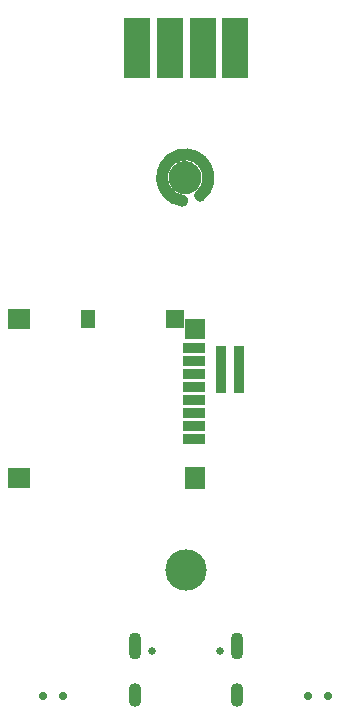
<source format=gbr>
G04 DipTrace 5.1.0.3*
G04 BottomMask.gbr*
%MOIN*%
G04 #@! TF.FileFunction,Soldermask,Bot*
G04 #@! TF.Part,Single*
%ADD40C,0.03937*%
%ADD48C,0.137795*%
%ADD49C,0.025591*%
%ADD50C,0.027559*%
%ADD62C,0.035433*%
%ADD64C,0.086614*%
%ADD70R,0.035433X0.019685*%
%ADD72R,0.086614X0.204724*%
%ADD74R,0.074803X0.066929*%
%ADD76R,0.066929X0.070866*%
%ADD78R,0.047244X0.059055*%
%ADD80R,0.059055X0.059055*%
%ADD82R,0.066929X0.074803*%
%ADD84R,0.074803X0.037402*%
%ADD86O,0.043307X0.090551*%
%ADD88O,0.043307X0.07874*%
%FSLAX26Y26*%
G04*
G70*
G90*
G75*
G01*
G04 BotMask*
%LPD*%
D48*
X981201Y868690D3*
D88*
X811262Y451181D3*
X1151420D3*
D86*
X811262Y615748D3*
X1151420D3*
D49*
X867562Y596063D3*
X1095121D3*
D84*
X1007077Y1303021D3*
Y1346328D3*
Y1389635D3*
Y1432942D3*
Y1476249D3*
Y1519556D3*
Y1562864D3*
Y1606171D3*
D82*
X1011014Y1173100D3*
D80*
X946054Y1704596D3*
D78*
X654715D3*
D76*
X1011014Y1671131D3*
D74*
X426369Y1704596D3*
Y1173100D3*
D72*
X1146525Y2608682D3*
X1037470D3*
X928415D3*
X819360D3*
D70*
X1160212Y1604632D3*
Y1584947D3*
X1160213Y1565262D3*
X1160214Y1545577D3*
Y1525892D3*
X1160215Y1506207D3*
X1160216Y1486522D3*
Y1466837D3*
X1097224Y1466835D3*
X1097223Y1486520D3*
Y1506205D3*
X1097222Y1525890D3*
X1097221Y1545575D3*
Y1565260D3*
X1097220Y1584945D3*
Y1604630D3*
D50*
X573406Y448769D3*
X506476D3*
X1455925D3*
X1388996D3*
X969291Y2098589D2*
D40*
G02X1028669Y2115466I10241J76863D01*
G01*
G36*
X1033226Y2174710D2*
X1032760Y2167598D1*
X1031369Y2160608D1*
X1029078Y2153859D1*
X1025926Y2147467D1*
X1021966Y2141540D1*
X1017267Y2136182D1*
X1011908Y2131483D1*
X1005982Y2127523D1*
X999590Y2124371D1*
X992841Y2122080D1*
X985851Y2120689D1*
X978739Y2120223D1*
X971627Y2120689D1*
X964637Y2122080D1*
X957888Y2124371D1*
X951495Y2127523D1*
X945569Y2131483D1*
X940211Y2136182D1*
X935511Y2141540D1*
X931552Y2147467D1*
X928400Y2153859D1*
X926109Y2160608D1*
X924718Y2167598D1*
X924252Y2174710D1*
Y2175944D1*
X924718Y2183056D1*
X926109Y2190046D1*
X928400Y2196795D1*
X931552Y2203187D1*
X935511Y2209113D1*
X940211Y2214472D1*
X945569Y2219171D1*
X951495Y2223131D1*
X957888Y2226283D1*
X964637Y2228574D1*
X971627Y2229964D1*
X978739Y2230430D1*
X985851Y2229964D1*
X992841Y2228574D1*
X999590Y2226283D1*
X1005982Y2223131D1*
X1011908Y2219171D1*
X1017267Y2214472D1*
X1021966Y2209113D1*
X1025926Y2203187D1*
X1029078Y2196795D1*
X1031369Y2190046D1*
X1032760Y2183056D1*
X1033226Y2175944D1*
Y2174710D1*
G37*
D64*
X980360Y2174521D3*
D62*
X903530Y2174692D3*
X1056386Y2174344D3*
M02*

</source>
